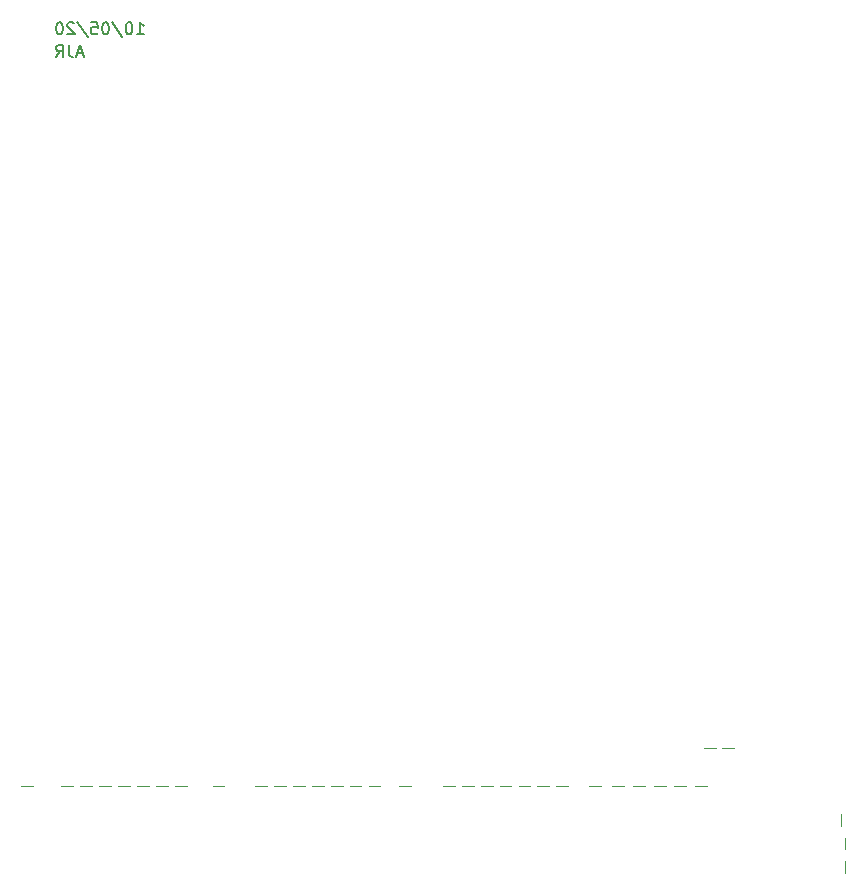
<source format=gbr>
G04 #@! TF.GenerationSoftware,KiCad,Pcbnew,(5.1.5-0-10_14)*
G04 #@! TF.CreationDate,2020-05-10T16:42:09+01:00*
G04 #@! TF.ProjectId,fft8051,66667438-3035-4312-9e6b-696361645f70,rev?*
G04 #@! TF.SameCoordinates,Original*
G04 #@! TF.FileFunction,Legend,Bot*
G04 #@! TF.FilePolarity,Positive*
%FSLAX46Y46*%
G04 Gerber Fmt 4.6, Leading zero omitted, Abs format (unit mm)*
G04 Created by KiCad (PCBNEW (5.1.5-0-10_14)) date 2020-05-10 16:42:09*
%MOMM*%
%LPD*%
G04 APERTURE LIST*
%ADD10C,0.150000*%
%ADD11C,0.120000*%
G04 APERTURE END LIST*
D10*
X54492857Y-104977380D02*
X55064285Y-104977380D01*
X54778571Y-104977380D02*
X54778571Y-103977380D01*
X54873809Y-104120238D01*
X54969047Y-104215476D01*
X55064285Y-104263095D01*
X53873809Y-103977380D02*
X53778571Y-103977380D01*
X53683333Y-104025000D01*
X53635714Y-104072619D01*
X53588095Y-104167857D01*
X53540476Y-104358333D01*
X53540476Y-104596428D01*
X53588095Y-104786904D01*
X53635714Y-104882142D01*
X53683333Y-104929761D01*
X53778571Y-104977380D01*
X53873809Y-104977380D01*
X53969047Y-104929761D01*
X54016666Y-104882142D01*
X54064285Y-104786904D01*
X54111904Y-104596428D01*
X54111904Y-104358333D01*
X54064285Y-104167857D01*
X54016666Y-104072619D01*
X53969047Y-104025000D01*
X53873809Y-103977380D01*
X52397619Y-103929761D02*
X53254761Y-105215476D01*
X51873809Y-103977380D02*
X51778571Y-103977380D01*
X51683333Y-104025000D01*
X51635714Y-104072619D01*
X51588095Y-104167857D01*
X51540476Y-104358333D01*
X51540476Y-104596428D01*
X51588095Y-104786904D01*
X51635714Y-104882142D01*
X51683333Y-104929761D01*
X51778571Y-104977380D01*
X51873809Y-104977380D01*
X51969047Y-104929761D01*
X52016666Y-104882142D01*
X52064285Y-104786904D01*
X52111904Y-104596428D01*
X52111904Y-104358333D01*
X52064285Y-104167857D01*
X52016666Y-104072619D01*
X51969047Y-104025000D01*
X51873809Y-103977380D01*
X50635714Y-103977380D02*
X51111904Y-103977380D01*
X51159523Y-104453571D01*
X51111904Y-104405952D01*
X51016666Y-104358333D01*
X50778571Y-104358333D01*
X50683333Y-104405952D01*
X50635714Y-104453571D01*
X50588095Y-104548809D01*
X50588095Y-104786904D01*
X50635714Y-104882142D01*
X50683333Y-104929761D01*
X50778571Y-104977380D01*
X51016666Y-104977380D01*
X51111904Y-104929761D01*
X51159523Y-104882142D01*
X49445238Y-103929761D02*
X50302380Y-105215476D01*
X49159523Y-104072619D02*
X49111904Y-104025000D01*
X49016666Y-103977380D01*
X48778571Y-103977380D01*
X48683333Y-104025000D01*
X48635714Y-104072619D01*
X48588095Y-104167857D01*
X48588095Y-104263095D01*
X48635714Y-104405952D01*
X49207142Y-104977380D01*
X48588095Y-104977380D01*
X47969047Y-103977380D02*
X47873809Y-103977380D01*
X47778571Y-104025000D01*
X47730952Y-104072619D01*
X47683333Y-104167857D01*
X47635714Y-104358333D01*
X47635714Y-104596428D01*
X47683333Y-104786904D01*
X47730952Y-104882142D01*
X47778571Y-104929761D01*
X47873809Y-104977380D01*
X47969047Y-104977380D01*
X48064285Y-104929761D01*
X48111904Y-104882142D01*
X48159523Y-104786904D01*
X48207142Y-104596428D01*
X48207142Y-104358333D01*
X48159523Y-104167857D01*
X48111904Y-104072619D01*
X48064285Y-104025000D01*
X47969047Y-103977380D01*
X49894047Y-106616666D02*
X49417857Y-106616666D01*
X49989285Y-106902380D02*
X49655952Y-105902380D01*
X49322619Y-106902380D01*
X48703571Y-105902380D02*
X48703571Y-106616666D01*
X48751190Y-106759523D01*
X48846428Y-106854761D01*
X48989285Y-106902380D01*
X49084523Y-106902380D01*
X47655952Y-106902380D02*
X47989285Y-106426190D01*
X48227380Y-106902380D02*
X48227380Y-105902380D01*
X47846428Y-105902380D01*
X47751190Y-105950000D01*
X47703571Y-105997619D01*
X47655952Y-106092857D01*
X47655952Y-106235714D01*
X47703571Y-106330952D01*
X47751190Y-106378571D01*
X47846428Y-106426190D01*
X48227380Y-106426190D01*
D11*
X114100000Y-172000000D02*
X114100000Y-171000000D01*
X76700000Y-168600000D02*
X77700000Y-168600000D01*
X92800000Y-168600000D02*
X93800000Y-168600000D01*
X94750000Y-168600000D02*
X95750000Y-168600000D01*
X96500000Y-168600000D02*
X97500000Y-168600000D01*
X98250000Y-168600000D02*
X99250000Y-168600000D01*
X100000000Y-168600000D02*
X101000000Y-168600000D01*
X101750000Y-168600000D02*
X102750000Y-168600000D01*
X102500000Y-165400000D02*
X103500000Y-165400000D01*
X104000000Y-165400000D02*
X105000000Y-165400000D01*
X80400000Y-168600000D02*
X81400000Y-168600000D01*
X82000000Y-168600000D02*
X83000000Y-168600000D01*
X83600000Y-168600000D02*
X84600000Y-168600000D01*
X85200000Y-168600000D02*
X86200000Y-168600000D01*
X86800000Y-168600000D02*
X87800000Y-168600000D01*
X88400000Y-168600000D02*
X89400000Y-168600000D01*
X90000000Y-168600000D02*
X91000000Y-168600000D01*
X60900000Y-168600000D02*
X61900000Y-168600000D01*
X64500000Y-168600000D02*
X65500000Y-168600000D01*
X66100000Y-168600000D02*
X67100000Y-168600000D01*
X67700000Y-168600000D02*
X68700000Y-168600000D01*
X69300000Y-168600000D02*
X70300000Y-168600000D01*
X70900000Y-168600000D02*
X71900000Y-168600000D01*
X72500000Y-168600000D02*
X73500000Y-168600000D01*
X74100000Y-168600000D02*
X75100000Y-168600000D01*
X44700000Y-168600000D02*
X45700000Y-168600000D01*
X48100000Y-168600000D02*
X49100000Y-168600000D01*
X49700000Y-168600000D02*
X50700000Y-168600000D01*
X51300000Y-168600000D02*
X52300000Y-168600000D01*
X52900000Y-168600000D02*
X53900000Y-168600000D01*
X54500000Y-168600000D02*
X55500000Y-168600000D01*
X56100000Y-168600000D02*
X57100000Y-168600000D01*
X57700000Y-168600000D02*
X58700000Y-168600000D01*
X114400000Y-173000000D02*
X114400000Y-174000000D01*
X114400000Y-175000000D02*
X114400000Y-176000000D01*
M02*

</source>
